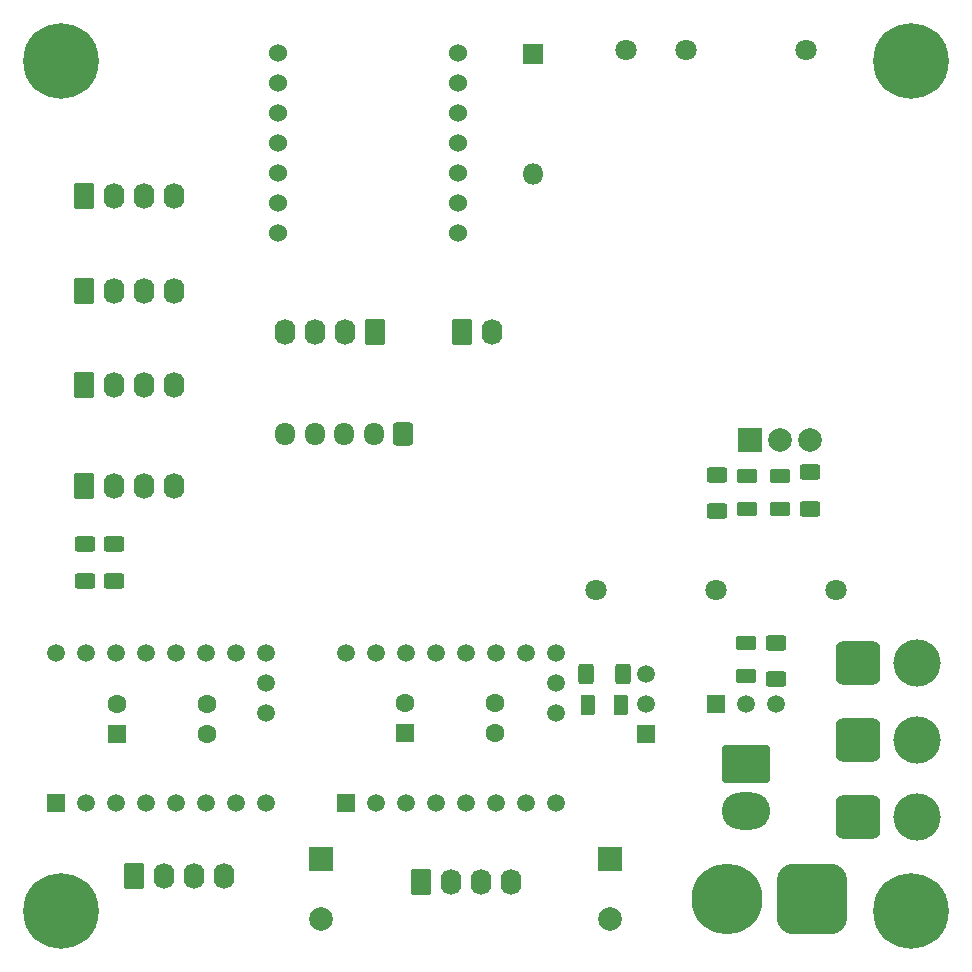
<source format=gbr>
%TF.GenerationSoftware,KiCad,Pcbnew,9.0.0*%
%TF.CreationDate,2025-04-07T10:39:53+02:00*%
%TF.ProjectId,UniBoard-Xiao,556e6942-6f61-4726-942d-5869616f2e6b,rev?*%
%TF.SameCoordinates,Original*%
%TF.FileFunction,Soldermask,Bot*%
%TF.FilePolarity,Negative*%
%FSLAX46Y46*%
G04 Gerber Fmt 4.6, Leading zero omitted, Abs format (unit mm)*
G04 Created by KiCad (PCBNEW 9.0.0) date 2025-04-07 10:39:53*
%MOMM*%
%LPD*%
G01*
G04 APERTURE LIST*
G04 Aperture macros list*
%AMRoundRect*
0 Rectangle with rounded corners*
0 $1 Rounding radius*
0 $2 $3 $4 $5 $6 $7 $8 $9 X,Y pos of 4 corners*
0 Add a 4 corners polygon primitive as box body*
4,1,4,$2,$3,$4,$5,$6,$7,$8,$9,$2,$3,0*
0 Add four circle primitives for the rounded corners*
1,1,$1+$1,$2,$3*
1,1,$1+$1,$4,$5*
1,1,$1+$1,$6,$7*
1,1,$1+$1,$8,$9*
0 Add four rect primitives between the rounded corners*
20,1,$1+$1,$2,$3,$4,$5,0*
20,1,$1+$1,$4,$5,$6,$7,0*
20,1,$1+$1,$6,$7,$8,$9,0*
20,1,$1+$1,$8,$9,$2,$3,0*%
G04 Aperture macros list end*
%ADD10RoundRect,0.250000X0.600000X0.725000X-0.600000X0.725000X-0.600000X-0.725000X0.600000X-0.725000X0*%
%ADD11O,1.700000X1.950000*%
%ADD12RoundRect,0.250000X-0.620000X-0.845000X0.620000X-0.845000X0.620000X0.845000X-0.620000X0.845000X0*%
%ADD13O,1.740000X2.190000*%
%ADD14C,0.800000*%
%ADD15C,6.400000*%
%ADD16R,2.000000X2.000000*%
%ADD17C,2.000000*%
%ADD18R,1.508000X1.508000*%
%ADD19C,1.508000*%
%ADD20RoundRect,0.760000X-1.140000X-1.140000X1.140000X-1.140000X1.140000X1.140000X-1.140000X1.140000X0*%
%ADD21C,4.000000*%
%ADD22R,1.800000X1.800000*%
%ADD23O,1.800000X1.800000*%
%ADD24C,1.524000*%
%ADD25RoundRect,0.250000X0.620000X0.845000X-0.620000X0.845000X-0.620000X-0.845000X0.620000X-0.845000X0*%
%ADD26RoundRect,1.500000X1.500000X1.500000X-1.500000X1.500000X-1.500000X-1.500000X1.500000X-1.500000X0*%
%ADD27C,6.000000*%
%ADD28R,1.500000X1.500000*%
%ADD29C,1.500000*%
%ADD30C,1.803400*%
%ADD31RoundRect,0.250000X-1.800000X1.330000X-1.800000X-1.330000X1.800000X-1.330000X1.800000X1.330000X0*%
%ADD32O,4.100000X3.160000*%
%ADD33RoundRect,0.250000X0.400000X0.625000X-0.400000X0.625000X-0.400000X-0.625000X0.400000X-0.625000X0*%
%ADD34RoundRect,0.250000X-0.625000X0.375000X-0.625000X-0.375000X0.625000X-0.375000X0.625000X0.375000X0*%
%ADD35RoundRect,0.250000X-0.625000X0.400000X-0.625000X-0.400000X0.625000X-0.400000X0.625000X0.400000X0*%
%ADD36RoundRect,0.250000X0.375000X0.625000X-0.375000X0.625000X-0.375000X-0.625000X0.375000X-0.625000X0*%
%ADD37RoundRect,0.250000X-0.550000X-0.550000X0.550000X-0.550000X0.550000X0.550000X-0.550000X0.550000X0*%
%ADD38C,1.600000*%
%ADD39RoundRect,0.250000X0.625000X-0.400000X0.625000X0.400000X-0.625000X0.400000X-0.625000X-0.400000X0*%
%ADD40RoundRect,0.250000X0.625000X-0.375000X0.625000X0.375000X-0.625000X0.375000X-0.625000X-0.375000X0*%
G04 APERTURE END LIST*
D10*
%TO.C,J11*%
X151500000Y-84074000D03*
D11*
X149000000Y-84074000D03*
X146500000Y-84074000D03*
X144000000Y-84074000D03*
X141500000Y-84074000D03*
%TD*%
D12*
%TO.C,J6*%
X128690000Y-121500000D03*
D13*
X131230000Y-121500000D03*
X133770000Y-121500000D03*
X136310000Y-121500000D03*
%TD*%
D14*
%TO.C,H3*%
X192100000Y-124500000D03*
X192802944Y-122802944D03*
X192802944Y-126197056D03*
X194500000Y-122100000D03*
D15*
X194500000Y-124500000D03*
D14*
X194500000Y-126900000D03*
X196197056Y-122802944D03*
X196197056Y-126197056D03*
X196900000Y-124500000D03*
%TD*%
D16*
%TO.C,U5*%
X180803708Y-84619167D03*
D17*
X183343708Y-84619167D03*
X185883708Y-84619167D03*
%TD*%
D18*
%TO.C,U3*%
X146610000Y-115350000D03*
D19*
X149150000Y-115350000D03*
X151690000Y-115350000D03*
X154230000Y-115350000D03*
X156770000Y-115350000D03*
X159310000Y-115350000D03*
X161850000Y-115350000D03*
X164390000Y-115350000D03*
X146610000Y-102650000D03*
X149150000Y-102650000D03*
X151690000Y-102650000D03*
X154230000Y-102650000D03*
X156770000Y-102650000D03*
X159310000Y-102650000D03*
X161850000Y-102650000D03*
X164390000Y-102650000D03*
X164390000Y-107730000D03*
X164390000Y-105190000D03*
%TD*%
D20*
%TO.C,J12*%
X190000000Y-103500000D03*
D21*
X195000000Y-103500000D03*
%TD*%
D12*
%TO.C,J1*%
X156464000Y-75438000D03*
D13*
X159004000Y-75438000D03*
%TD*%
D22*
%TO.C,D1*%
X162500000Y-51920000D03*
D23*
X162500000Y-62080000D03*
%TD*%
D16*
%TO.C,C1*%
X144500000Y-120132323D03*
D17*
X144500000Y-125132323D03*
%TD*%
D24*
%TO.C,U1*%
X140880000Y-51880000D03*
X140880000Y-54420000D03*
X140880000Y-56960000D03*
X140880000Y-59500000D03*
X140880000Y-62040000D03*
X140880000Y-64580000D03*
X140880000Y-67120000D03*
X156120000Y-67120000D03*
X156120000Y-64580000D03*
X156120000Y-62040000D03*
X156120000Y-59500000D03*
X156120000Y-56960000D03*
X156120000Y-54420000D03*
X156120000Y-51880000D03*
%TD*%
D20*
%TO.C,J13*%
X190000000Y-110000000D03*
D21*
X195000000Y-110000000D03*
%TD*%
D12*
%TO.C,J5*%
X152960000Y-122000000D03*
D13*
X155500000Y-122000000D03*
X158040000Y-122000000D03*
X160580000Y-122000000D03*
%TD*%
D14*
%TO.C,H1*%
X120100000Y-52500000D03*
X120802944Y-50802944D03*
X120802944Y-54197056D03*
X122500000Y-50100000D03*
D15*
X122500000Y-52500000D03*
D14*
X122500000Y-54900000D03*
X124197056Y-50802944D03*
X124197056Y-54197056D03*
X124900000Y-52500000D03*
%TD*%
D25*
%TO.C,J15*%
X149098000Y-75438000D03*
D13*
X146558000Y-75438000D03*
X144018000Y-75438000D03*
X141478000Y-75438000D03*
%TD*%
D26*
%TO.C,J8*%
X186100000Y-123500000D03*
D27*
X178900000Y-123500000D03*
%TD*%
D12*
%TO.C,J9*%
X124460000Y-80000000D03*
D13*
X127000000Y-80000000D03*
X129540000Y-80000000D03*
X132080000Y-80000000D03*
%TD*%
D14*
%TO.C,H4*%
X120100000Y-124500000D03*
X120802944Y-122802944D03*
X120802944Y-126197056D03*
X122500000Y-122100000D03*
D15*
X122500000Y-124500000D03*
D14*
X122500000Y-126900000D03*
X124197056Y-122802944D03*
X124197056Y-126197056D03*
X124900000Y-124500000D03*
%TD*%
D28*
%TO.C,U6*%
X177960000Y-107000000D03*
D29*
X180500000Y-107000000D03*
X183040000Y-107000000D03*
%TD*%
D12*
%TO.C,J10*%
X124460000Y-88520000D03*
D13*
X127000000Y-88520000D03*
X129540000Y-88520000D03*
X132080000Y-88520000D03*
%TD*%
D30*
%TO.C,PS1*%
X170380000Y-51640000D03*
X175460000Y-51640000D03*
X185620000Y-51640000D03*
X167840000Y-97360000D03*
X178000000Y-97360000D03*
X188160000Y-97360000D03*
%TD*%
D28*
%TO.C,U4*%
X172000000Y-109500000D03*
D29*
X172000000Y-106960000D03*
X172000000Y-104420000D03*
%TD*%
D18*
%TO.C,U2*%
X122110000Y-115350000D03*
D19*
X124650000Y-115350000D03*
X127190000Y-115350000D03*
X129730000Y-115350000D03*
X132270000Y-115350000D03*
X134810000Y-115350000D03*
X137350000Y-115350000D03*
X139890000Y-115350000D03*
X122110000Y-102650000D03*
X124650000Y-102650000D03*
X127190000Y-102650000D03*
X129730000Y-102650000D03*
X132270000Y-102650000D03*
X134810000Y-102650000D03*
X137350000Y-102650000D03*
X139890000Y-102650000D03*
X139890000Y-107730000D03*
X139890000Y-105190000D03*
%TD*%
D16*
%TO.C,C2*%
X169000000Y-120132323D03*
D17*
X169000000Y-125132323D03*
%TD*%
D12*
%TO.C,J7*%
X124460000Y-72000000D03*
D13*
X127000000Y-72000000D03*
X129540000Y-72000000D03*
X132080000Y-72000000D03*
%TD*%
D31*
%TO.C,J3*%
X180500000Y-112040000D03*
D32*
X180500000Y-116000000D03*
%TD*%
D14*
%TO.C,H2*%
X192100000Y-52500000D03*
X192802944Y-50802944D03*
X192802944Y-54197056D03*
X194500000Y-50100000D03*
D15*
X194500000Y-52500000D03*
D14*
X194500000Y-54900000D03*
X196197056Y-50802944D03*
X196197056Y-54197056D03*
X196900000Y-52500000D03*
%TD*%
D20*
%TO.C,J14*%
X190000000Y-116500000D03*
D21*
X195000000Y-116500000D03*
%TD*%
D12*
%TO.C,J4*%
X124460000Y-64000000D03*
D13*
X127000000Y-64000000D03*
X129540000Y-64000000D03*
X132080000Y-64000000D03*
%TD*%
D33*
%TO.C,R3*%
X170050000Y-104420883D03*
X166950000Y-104420883D03*
%TD*%
D34*
%TO.C,D4*%
X180574271Y-87697229D03*
X180574271Y-90497229D03*
%TD*%
D35*
%TO.C,R6*%
X127000000Y-93420000D03*
X127000000Y-96520000D03*
%TD*%
D36*
%TO.C,D3*%
X169900000Y-107027500D03*
X167100000Y-107027500D03*
%TD*%
D37*
%TO.C,SW1*%
X151638000Y-109461500D03*
D38*
X151638000Y-106921500D03*
X159258000Y-106921500D03*
X159258000Y-109461500D03*
%TD*%
D35*
%TO.C,R7*%
X185913708Y-87369167D03*
X185913708Y-90469167D03*
%TD*%
D39*
%TO.C,R2*%
X183050459Y-104874541D03*
X183050459Y-101774541D03*
%TD*%
D37*
%TO.C,SW2*%
X127254000Y-109474000D03*
D38*
X127254000Y-106934000D03*
X134874000Y-106934000D03*
X134874000Y-109474000D03*
%TD*%
D35*
%TO.C,R5*%
X124500000Y-93420000D03*
X124500000Y-96520000D03*
%TD*%
D34*
%TO.C,D5*%
X183388000Y-87630000D03*
X183388000Y-90430000D03*
%TD*%
D40*
%TO.C,D2*%
X180506711Y-104605832D03*
X180506711Y-101805832D03*
%TD*%
D35*
%TO.C,R4*%
X178074271Y-87547229D03*
X178074271Y-90647229D03*
%TD*%
M02*

</source>
